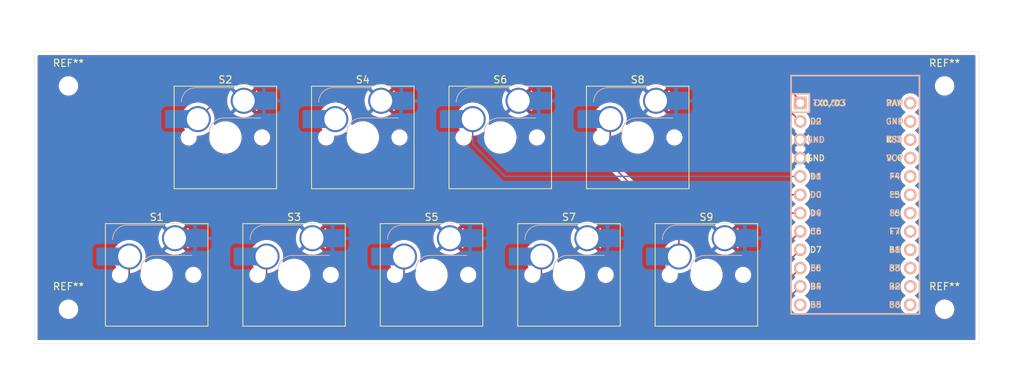
<source format=kicad_pcb>
(kicad_pcb (version 20241229) (generator "pcbnew") (generator_version "9.0")
  (layers (0 "F.Cu" signal) (2 "B.Cu" signal) (13 "F.Paste" user) (15 "B.Paste" user) (5 "F.SilkS" user "F.Silkscreen") (7 "B.SilkS" user "B.Silkscreen") (1 "F.Mask" user) (3 "B.Mask" user) (25 "Edge.Cuts" user))
  (net 0 "")
  (net 1 "GND")
  (net 2 "S1")
  (net 3 "S3")
  (net 4 "S5")
  (net 5 "S7")
  (net 6 "S9")
  (net 7 "S2")
  (net 8 "S4")
  (net 9 "S6")
  (net 10 "S8")
  (footprint "ScottoKeebs_Hotswap:Hotswap_MX_Plated_1.00u" (layer "F.Cu") (at 176.44 76.16)
    (property "Reference" "S8" (at 0 -8 0) (layer "F.SilkS"))
    (property "Value" "~")
    (fp_line (start -7.1 -7.1) (end -7.1 7.1) (stroke (width 0.12)) (layer "F.SilkS"))
    (fp_line (start -7.1 7.1) (end 7.1 7.1) (stroke (width 0.12)) (layer "F.SilkS"))
    (fp_line (start 7.1 -7.1) (end -7.1 -7.1) (stroke (width 0.12)) (layer "F.SilkS"))
    (fp_line (start 7.1 7.1) (end 7.1 -7.1) (stroke (width 0.12)) (layer "F.SilkS"))
    (fp_line (start -4.1 -6.9) (end 1 -6.9) (stroke (width 0.12)) (layer "B.SilkS"))
    (fp_line (start -0.2 -2.7) (end 4.9 -2.7) (stroke (width 0.12)) (layer "B.SilkS"))
    (fp_arc (start -6.1 -4.9) (mid -5.514214 -6.314214) (end -4.1 -6.9) (stroke (width 0.12)) (layer "B.SilkS"))
    (fp_arc (start -2.2 -0.7) (mid -1.614214 -2.114214) (end -0.2 -2.7) (stroke (width 0.12)) (layer "B.SilkS"))
    (pad "" np_thru_hole circle (at -5.08 0) (size 1.75 1.75) (drill 1.75) (layers "*.Cu" "*.Mask") (clearance 0.1))
    (pad "" np_thru_hole circle (at 0 0) (size 4 4) (drill 4) (layers "*.Cu" "*.Mask"))
    (pad "" np_thru_hole circle (at 5.08 0) (size 1.75 1.75) (drill 1.75) (layers "*.Cu" "*.Mask"))
    (pad "1" smd roundrect (at -6.585 -2.54) (size 3.55 2.5) (layers "B.Cu") (roundrect_rratio 0.1) (net 8 "S4"))
    (pad "1" thru_hole circle (at -3.81 -2.54) (size 3.6 3.6) (drill 3.05) (layers "*.Cu" "*.Mask") (net 8 "S4"))
    (pad "2" thru_hole circle (at 2.54 -5.08) (size 3.6 3.6) (drill 3.05) (layers "*.Cu" "*.Mask") (net 1 "GND"))
    (pad "2" smd roundrect (at 5.32 -5.08) (size 3.55 2.5) (layers "B.Cu") (roundrect_rratio 0.1) (net 1 "GND"))
  )
  (footprint "MountingHole:MountingHole_2.2mm_M2" (layer "F.Cu") (at 97.58 99.96)
    (property "Reference" "REF**" (at 0 -3.15 0) (layer "F.SilkS"))
    (property "Value" "MountingHole_2.2mm_M2")
    (pad "" np_thru_hole circle (at 0 0) (size 2.2 2.2) (drill 2.2) (layers "*.Cu" "*.Mask"))
  )
  (footprint "ScottoKeebs_Hotswap:Hotswap_MX_Plated_1.00u" (layer "F.Cu") (at 157.4 76.16)
    (property "Reference" "S6" (at 0 -8 0) (layer "F.SilkS"))
    (property "Value" "~")
    (fp_line (start -7.1 -7.1) (end -7.1 7.1) (stroke (width 0.12)) (layer "F.SilkS"))
    (fp_line (start -7.1 7.1) (end 7.1 7.1) (stroke (width 0.12)) (layer "F.SilkS"))
    (fp_line (start 7.1 -7.1) (end -7.1 -7.1) (stroke (width 0.12)) (layer "F.SilkS"))
    (fp_line (start 7.1 7.1) (end 7.1 -7.1) (stroke (width 0.12)) (layer "F.SilkS"))
    (fp_line (start -4.1 -6.9) (end 1 -6.9) (stroke (width 0.12)) (layer "B.SilkS"))
    (fp_line (start -0.2 -2.7) (end 4.9 -2.7) (stroke (width 0.12)) (layer "B.SilkS"))
    (fp_arc (start -6.1 -4.9) (mid -5.514214 -6.314214) (end -4.1 -6.9) (stroke (width 0.12)) (layer "B.SilkS"))
    (fp_arc (start -2.2 -0.7) (mid -1.614214 -2.114214) (end -0.2 -2.7) (stroke (width 0.12)) (layer "B.SilkS"))
    (pad "" np_thru_hole circle (at -5.08 0) (size 1.75 1.75) (drill 1.75) (layers "*.Cu" "*.Mask") (clearance 0.1))
    (pad "" np_thru_hole circle (at 0 0) (size 4 4) (drill 4) (layers "*.Cu" "*.Mask"))
    (pad "" np_thru_hole circle (at 5.08 0) (size 1.75 1.75) (drill 1.75) (layers "*.Cu" "*.Mask"))
    (pad "1" smd roundrect (at -6.585 -2.54) (size 3.55 2.5) (layers "B.Cu") (roundrect_rratio 0.1) (net 3 "S3"))
    (pad "1" thru_hole circle (at -3.81 -2.54) (size 3.6 3.6) (drill 3.05) (layers "*.Cu" "*.Mask") (net 3 "S3"))
    (pad "2" thru_hole circle (at 2.54 -5.08) (size 3.6 3.6) (drill 3.05) (layers "*.Cu" "*.Mask") (net 1 "GND"))
    (pad "2" smd roundrect (at 5.32 -5.08) (size 3.55 2.5) (layers "B.Cu") (roundrect_rratio 0.1) (net 1 "GND"))
  )
  (footprint "MountingHole:MountingHole_2.2mm_M2" (layer "F.Cu") (at 218.96 69.02)
    (property "Reference" "REF**" (at 0 -3.15 0) (layer "F.SilkS"))
    (property "Value" "MountingHole_2.2mm_M2")
    (pad "" np_thru_hole circle (at 0 0) (size 2.2 2.2) (drill 2.2) (layers "*.Cu" "*.Mask"))
  )
  (footprint "ScottoKeebs_Hotswap:Hotswap_MX_Plated_1.00u" (layer "F.Cu") (at 147.88 95.2)
    (property "Reference" "S5" (at 0 -8 0) (layer "F.SilkS"))
    (property "Value" "~")
    (fp_line (start -7.1 -7.1) (end -7.1 7.1) (stroke (width 0.12)) (layer "F.SilkS"))
    (fp_line (start -7.1 7.1) (end 7.1 7.1) (stroke (width 0.12)) (layer "F.SilkS"))
    (fp_line (start 7.1 -7.1) (end -7.1 -7.1) (stroke (width 0.12)) (layer "F.SilkS"))
    (fp_line (start 7.1 7.1) (end 7.1 -7.1) (stroke (width 0.12)) (layer "F.SilkS"))
    (fp_line (start -4.1 -6.9) (end 1 -6.9) (stroke (width 0.12)) (layer "B.SilkS"))
    (fp_line (start -0.2 -2.7) (end 4.9 -2.7) (stroke (width 0.12)) (layer "B.SilkS"))
    (fp_arc (start -6.1 -4.9) (mid -5.514214 -6.314214) (end -4.1 -6.9) (stroke (width 0.12)) (layer "B.SilkS"))
    (fp_arc (start -2.2 -0.7) (mid -1.614214 -2.114214) (end -0.2 -2.7) (stroke (width 0.12)) (layer "B.SilkS"))
    (pad "" np_thru_hole circle (at -5.08 0) (size 1.75 1.75) (drill 1.75) (layers "*.Cu" "*.Mask") (clearance 0.1))
    (pad "" np_thru_hole circle (at 0 0) (size 4 4) (drill 4) (layers "*.Cu" "*.Mask"))
    (pad "" np_thru_hole circle (at 5.08 0) (size 1.75 1.75) (drill 1.75) (layers "*.Cu" "*.Mask"))
    (pad "1" smd roundrect (at -6.585 -2.54) (size 3.55 2.5) (layers "B.Cu") (roundrect_rratio 0.1) (net 5 "S7"))
    (pad "1" thru_hole circle (at -3.81 -2.54) (size 3.6 3.6) (drill 3.05) (layers "*.Cu" "*.Mask") (net 5 "S7"))
    (pad "2" thru_hole circle (at 2.54 -5.08) (size 3.6 3.6) (drill 3.05) (layers "*.Cu" "*.Mask") (net 1 "GND"))
    (pad "2" smd roundrect (at 5.32 -5.08) (size 3.55 2.5) (layers "B.Cu") (roundrect_rratio 0.1) (net 1 "GND"))
  )
  (footprint "ScottoKeebs_MCU:Arduino_Pro_Micro" (layer "F.Cu") (at 206.58 85.37)
    (property "Reference" "U1" (hide yes))
    (property "Value" "Arduino_Pro_Micro" (hide yes))
    (fp_line (start -8.89 -17.78) (end -8.89 15.24) (stroke (width 0.2)) (layer "F.SilkS"))
    (fp_line (start -8.89 15.24) (end 8.89 15.24) (stroke (width 0.2)) (layer "F.SilkS"))
    (fp_line (start -6.35 -15.24) (end -8.89 -15.24) (stroke (width 0.2)) (layer "F.SilkS"))
    (fp_line (start -6.35 -15.24) (end -6.35 -12.7) (stroke (width 0.2)) (layer "F.SilkS"))
    (fp_line (start -6.35 -12.7) (end -8.89 -12.7) (stroke (width 0.2)) (layer "F.SilkS"))
    (fp_line (start 8.89 -17.78) (end -8.89 -17.78) (stroke (width 0.2)) (layer "F.SilkS"))
    (fp_line (start 8.89 15.24) (end 8.89 -17.78) (stroke (width 0.2)) (layer "F.SilkS"))
    (fp_poly (pts (xy 4.531568 -9.36064) (xy 4.531568 -8.56064) (xy 4.431568 -8.56064) (xy 4.431568 -9.36064)) (stroke (width 0.15)) (fill yes) (layer "F.SilkS"))
    (fp_poly (pts (xy 4.731568 -8.96064) (xy 4.731568 -8.86064) (xy 4.631568 -8.86064) (xy 4.631568 -8.96064)) (stroke (width 0.15)) (fill yes) (layer "F.SilkS"))
    (fp_poly (pts (xy 4.931568 -9.36064) (xy 4.931568 -9.26064) (xy 4.431568 -9.26064) (xy 4.431568 -9.36064)) (stroke (width 0.15)) (fill yes) (layer "F.SilkS"))
    (fp_poly (pts (xy 4.931568 -9.36064) (xy 4.931568 -9.06064) (xy 4.831568 -9.06064) (xy 4.831568 -9.36064)) (stroke (width 0.15)) (fill yes) (layer "F.SilkS"))
    (fp_poly (pts (xy 4.931568 -8.76064) (xy 4.931568 -8.56064) (xy 4.831568 -8.56064) (xy 4.831568 -8.76064)) (stroke (width 0.15)) (fill yes) (layer "F.SilkS"))
    (fp_line (start -8.89 -17.78) (end -8.89 15.24) (stroke (width 0.2)) (layer "B.SilkS"))
    (fp_line (start -8.89 15.24) (end 8.89 15.24) (stroke (width 0.2)) (layer "B.SilkS"))
    (fp_line (start -6.35 -15.24) (end -8.89 -15.24) (stroke (width 0.2)) (layer "B.SilkS"))
    (fp_line (start -6.35 -15.24) (end -6.35 -12.7) (stroke (width 0.2)) (layer "B.SilkS"))
    (fp_line (start -6.35 -12.7) (end -8.89 -12.7) (stroke (width 0.2)) (layer "B.SilkS"))
    (fp_line (start 8.89 -17.78) (end -8.89 -17.78) (stroke (width 0.2)) (layer "B.SilkS"))
    (fp_line (start 8.89 15.24) (end 8.89 -17.78) (stroke (width 0.2)) (layer "B.SilkS"))
    (fp_poly (pts (xy 5.844635 -9.35097) (xy 5.844635 -9.25097) (xy 6.344635 -9.25097) (xy 6.344635 -9.35097)) (stroke (width 0.15)) (fill yes) (layer "B.SilkS"))
    (fp_poly (pts (xy 5.844635 -9.35097) (xy 5.844635 -9.05097) (xy 5.944635 -9.05097) (xy 5.944635 -9.35097)) (stroke (width 0.15)) (fill yes) (layer "B.SilkS"))
    (fp_poly (pts (xy 5.844635 -8.75097) (xy 5.844635 -8.55097) (xy 5.944635 -8.55097) (xy 5.944635 -8.75097)) (stroke (width 0.15)) (fill yes) (layer "B.SilkS"))
    (fp_poly (pts (xy 6.044635 -8.95097) (xy 6.044635 -8.85097) (xy 6.144635 -8.85097) (xy 6.144635 -8.95097)) (stroke (width 0.15)) (fill yes) (layer "B.SilkS"))
    (fp_poly (pts (xy 6.244635 -9.35097) (xy 6.244635 -8.55097) (xy 6.344635 -8.55097) (xy 6.344635 -9.35097)) (stroke (width 0.15)) (fill yes) (layer "B.SilkS"))
    (fp_text user "TX0/D3" (at -3.571872 -13.97 0) (layer "F.SilkS") (effects (font (size 0.8 0.8))))
    (fp_text user "F4" (at 5.461 -3.81 0) (layer "F.SilkS") (effects (font (size 0.8 0.8))))
    (fp_text user "D4" (at -5.461 1.27 0) (layer "F.SilkS") (effects (font (size 0.8 0.8))))
    (fp_text user "E6" (at -5.461 8.89 0) (layer "F.SilkS") (effects (font (size 0.8 0.8))))
    (fp_text user "F7" (at 5.461 3.81 0) (layer "F.SilkS") (effects (font (size 0.8 0.8))))
    (fp_text user "B6" (at 5.461 13.97 0) (layer "F.SilkS") (effects (font (size 0.8 0.8))))
    (fp_text user "C6" (at -5.461 3.81 0) (layer "F.SilkS") (effects (font (size 0.8 0.8))))
    (fp_text user "RAW" (at 5.461 -13.97 0) (layer "F.SilkS") (effects (font (size 0.8 0.8))))
    (fp_text user "D7" (at -5.461 6.35 0) (layer "F.SilkS") (effects (font (size 0.8 0.8))))
    (fp_text user "D0" (at -5.461 -1.27 0) (layer "F.SilkS") (effects (font (size 0.8 0.8))))
    (fp_text user "GND" (at -5.461 -8.89 0) (layer "F.SilkS") (effects (font (size 0.8 0.8))))
    (fp_text user "VCC" (at 5.461 -6.35 0) (layer "F.SilkS") (effects (font (size 0.8 0.8))))
    (fp_text user "GND" (at 5.461 -11.43 0) (layer "F.SilkS") (effects (font (size 0.8 0.8))))
    (fp_text user "F6" (at 5.461 1.27 0) (layer "F.SilkS") (effects (font (size 0.8 0.8))))
    (fp_text user "B3" (at 5.461 8.89 0) (layer "F.SilkS") (effects (font (size 0.8 0.8))))
    (fp_text user "ST" (at 5.73312 -8.92 0) (layer "F.SilkS") (effects (font (size 0.8 0.8))))
    (fp_text user "GND" (at -5.461 -6.35 0) (layer "F.SilkS") (effects (font (size 0.8 0.8))))
    (fp_text user "B4" (at -5.461 11.43 0) (layer "F.SilkS") (effects (font (size 0.8 0.8))))
    (fp_text user "D1" (at -5.461 -3.81 0) (layer "F.SilkS") (effects (font (size 0.8 0.8))))
    (fp_text user "B1" (at 5.461 6.35 0) (layer "F.SilkS") (effects (font (size 0.8 0.8))))
    (fp_text user "F5" (at 5.461 -1.27 0) (layer "F.SilkS") (effects (font (size 0.8 0.8))))
    (fp_text user "B5" (at -5.461 13.97 0) (layer "F.SilkS") (effects (font (size 0.8 0.8))))
    (fp_text user "D2" (at -5.461 -11.43 0) (layer "F.SilkS") (effects (font (size 0.8 0.8))))
    (fp_text user "B2" (at 5.461 11.43 0) (layer "F.SilkS") (effects (font (size 0.8 0.8))))
    (fp_text user "D4" (at -5.461 1.27 0) (layer "B.SilkS") (effects (font (size 0.8 0.8)) (justify mirror)))
    (fp_text user "D2" (at -5.461 -11.43 0) (layer "B.SilkS") (effects (font (size 0.8 0.8)) (justify mirror)))
    (fp_text user "B3" (at 5.461 8.89 0) (layer "B.SilkS") (effects (font (size 0.8 0.8)) (justify mirror)))
    (fp_text user "B4" (at -5.461 11.43 0) (layer "B.SilkS") (effects (font (size 0.8 0.8)) (justify mirror)))
    (fp_text user "B1" (at 5.461 6.35 0) (layer "B.SilkS") (effects (font (size 0.8 0.8)) (justify mirror)))
    (fp_text user "VCC" (at 5.461 -6.35 0) (layer "B.SilkS") (effects (font (size 0.8 0.8)) (justify mirror)))
    (fp_text user "GND" (at -5.461 -8.89 0) (layer "B.SilkS") (effects (font (size 0.8 0.8)) (justify mirror)))
    (fp_text user "F7" (at 5.461 3.81 0) (layer "B.SilkS") (effects (font (size 0.8 0.8)) (justify mirror)))
    (fp_text user "F4" (at 5.461 -3.81 0) (layer "B.SilkS") (effects (font (size 0.8 0.8)) (justify mirror)))
    (fp_text user "C6" (at -5.461 3.81 0) (layer "B.SilkS") (effects (font (size 0.8 0.8)) (justify mirror)))
    (fp_text user "GND" (at 5.461 -11.43 0) (layer "B.SilkS") (effects (font (size 0.8 0.8)) (justify mirror)))
    (fp_text user "F6" (at 5.461 1.27 0) (layer "B.SilkS") (effects (font (size 0.8 0.8)) (justify mirror)))
    (fp_text user "ST" (at 5.04 -8.91 0) (layer "B.SilkS") (effects (font (size 0.8 0.8)) (justify mirror)))
    (fp_text user "B5" (at -5.461 13.97 0) (layer "B.SilkS") (effects (font (size 0.8 0.8)) (justify mirror)))
    (fp_text user "B2" (at 5.461 11.43 0) (layer "B.SilkS") (effects (font (size 0.8 0.8)) (justify mirror)))
    (fp_text user "E6" (at -5.461 8.89 0) (layer "B.SilkS") (effects (font (size 0.8 0.8)) (justify mirror)))
    (fp_text user "TX0/D3" (at -3.571872 -13.97 0) (layer "B.SilkS") (effects (font (size 0.8 0.8)) (justify mirror)))
    (fp_text user "D1" (at -5.461 -3.81 0) (layer "B.SilkS") (effects (font (size 0.8 0.8)) (justify mirror)))
    (fp_text user "RAW" (at 5.461 -13.97 0) (layer "B.SilkS") (effects (font (size 0.8 0.8)) (justify mirror)))
    (fp_text user "D0" (at -5.461 -1.27 0) (layer "B.SilkS") (effects (font (size 0.8 0.8)) (justify mirror)))
    (fp_text user "F5" (at 5.461 -1.27 0) (layer "B.SilkS") (effects (font (size 0.8 0.8)) (justify mirror)))
    (fp_text user "B6" (at 5.461 13.97 0) (layer "B.SilkS") (effects (font (size 0.8 0.8)) (justify mirror)))
    (pad "1" thru_hole rect (at -7.62 -13.97 270) (size 1.7526 1.7526) (drill 1.0922) (layers "*.Cu" "*.SilkS" "*.Mask") (net 2 "S1"))
    (pad "2" thru_hole circle (at -7.62 -11.43 270) (size 1.7526 1.7526) (drill 1.0922) (layers "*.Cu" "*.SilkS" "*.Mask") (net 7 "S2"))
    (pad "3" thru_hole circle (at -7.62 -8.89 270) (size 1.7526 1.7526) (drill 1.0922) (layers "*.Cu" "*.SilkS" "*.Mask") (net 1 "GND"))
    (pad "4" thru_hole circle (at -7.62 -6.35 270) (size 1.7526 1.7526) (drill 1.0922) (layers "*.Cu" "*.SilkS" "*.Mask") (net 1 "GND"))
    (pad "5" thru_hole circle (at -7.62 -3.81 270) (size 1.7526 1.7526) (drill 1.0922) (layers "*.Cu" "*.SilkS" "*.Mask") (net 3 "S3"))
    (pad "6" thru_hole circle (at -7.62 -1.27 270) (size 1.7526 1.7526) (drill 1.0922) (layers "*.Cu" "*.SilkS" "*.Mask") (net 8 "S4"))
    (pad "7" thru_hole circle (at -7.62 1.27 270) (size 1.7526 1.7526) (drill 1.0922) (layers "*.Cu" "*.SilkS" "*.Mask") (net 4 "S5"))
    (pad "8" thru_hole circle (at -7.62 3.81 270) (size 1.7526 1.7526) (drill 1.0922) (layers "*.Cu" "*.SilkS" "*.Mask") (net 9 "S6"))
    (pad "9" thru_hole circle (at -7.62 6.35 270) (size 1.7526 1.7526) (drill 1.0922) (layers "*.Cu" "*.SilkS" "*.Mask") (net 5 "S7"))
    (pad "10" thru_hole circle (at -7.62 8.89 270) (size 1.7526 1.7526) (drill 1.0922) (layers "*.Cu" "*.SilkS" "*.Mask") (net 10 "S8"))
    (pad "11" thru_hole circle (at -7.62 11.43 270) (size 1.7526 1.7526) (drill 1.0922) (layers "*.Cu" "*.SilkS" "*.Mask") (net 6 "S9"))
    (pad "12" thru_hole circle (at -7.62 13.97 270) (size 1.7526 1.7526) (drill 1.0922) (layers "*.Cu" "*.SilkS" "*.Mask"))
    (pad "13" thru_hole circle (at 7.62 13.97 270) (size 1.7526 1.7526) (drill 1.0922) (layers "*.Cu" "*.SilkS" "*.Mask"))
    (pad "14" thru_hole circle (at 7.62 11.43 270) (size 1.7526 1.7526) (drill 1.0922) (layers "*.Cu" "*.SilkS" "*.Mask"))
    (pad "15" thru_hole circle (at 7.62 8.89 270) (size 1.7526 1.7526) (drill 1.0922) (layers "*.Cu" "*.SilkS" "*.Mask"))
    (pad "16" thru_hole circle (at 7.62 6.35 270) (size 1.7526 1.7526) (drill 1.0922) (layers "*.Cu" "*.SilkS" "*.Mask"))
    (pad "17" thru_hole circle (at 7.62 3.81 270) (size 1.7526 1.7526) (drill 1.0922) (layers "*.Cu" "*.SilkS" "*.Mask"))
    (pad "18" thru_hole circle (at 7.62 1.27 270) (size 1.7526 1.7526) (drill 1.0922) (layers "*.Cu" "*.SilkS" "*.Mask"))
    (pad "19" thru_hole circle (at 7.62 -1.27 270) (size 1.7526 1.7526) (drill 1.0922) (layers "*.Cu" "*.SilkS" "*.Mask"))
    (pad "20" thru_hole circle (at 7.62 -3.81 270) (size 1.7526 1.7526) (drill 1.0922) (layers "*.Cu" "*.SilkS" "*.Mask"))
    (pad "21" thru_hole circle (at 7.62 -6.35 270) (size 1.7526 1.7526) (drill 1.0922) (layers "*.Cu" "*.SilkS" "*.Mask"))
    (pad "22" thru_hole circle (at 7.62 -8.89 270) (size 1.7526 1.7526) (drill 1.0922) (layers "*.Cu" "*.SilkS" "*.Mask"))
    (pad "23" thru_hole circle (at 7.62 -11.43 270) (size 1.7526 1.7526) (drill 1.0922) (layers "*.Cu" "*.SilkS" "*.Mask"))
    (pad "24" thru_hole circle (at 7.62 -13.97 270) (size 1.7526 1.7526) (drill 1.0922) (layers "*.Cu" "*.SilkS" "*.Mask"))
  )
  (footprint "MountingHole:MountingHole_2.2mm_M2" (layer "F.Cu") (at 218.96 99.96)
    (property "Reference" "REF**" (at 0 -3.15 0) (layer "F.SilkS"))
    (property "Value" "MountingHole_2.2mm_M2")
    (pad "" np_thru_hole circle (at 0 0) (size 2.2 2.2) (drill 2.2) (layers "*.Cu" "*.Mask"))
  )
  (footprint "ScottoKeebs_Hotswap:Hotswap_MX_Plated_1.00u" (layer "F.Cu") (at 119.32 76.16)
    (property "Reference" "S2" (at 0 -8 0) (layer "F.SilkS"))
    (property "Value" "~")
    (fp_line (start -7.1 -7.1) (end -7.1 7.1) (stroke (width 0.12)) (layer "F.SilkS"))
    (fp_line (start -7.1 7.1) (end 7.1 7.1) (stroke (width 0.12)) (layer "F.SilkS"))
    (fp_line (start 7.1 -7.1) (end -7.1 -7.1) (stroke (width 0.12)) (layer "F.SilkS"))
    (fp_line (start 7.1 7.1) (end 7.1 -7.1) (stroke (width 0.12)) (layer "F.SilkS"))
    (fp_line (start -4.1 -6.9) (end 1 -6.9) (stroke (width 0.12)) (layer "B.SilkS"))
    (fp_line (start -0.2 -2.7) (end 4.9 -2.7) (stroke (width 0.12)) (layer "B.SilkS"))
    (fp_arc (start -6.1 -4.9) (mid -5.514214 -6.314214) (end -4.1 -6.9) (stroke (width 0.12)) (layer "B.SilkS"))
    (fp_arc (start -2.2 -0.7) (mid -1.614214 -2.114214) (end -0.2 -2.7) (stroke (width 0.12)) (layer "B.SilkS"))
    (pad "" np_thru_hole circle (at -5.08 0) (size 1.75 1.75) (drill 1.75) (layers "*.Cu" "*.Mask") (clearance 0.1))
    (pad "" np_thru_hole circle (at 0 0) (size 4 4) (drill 4) (layers "*.Cu" "*.Mask"))
    (pad "" np_thru_hole circle (at 5.08 0) (size 1.75 1.75) (drill 1.75) (layers "*.Cu" "*.Mask"))
    (pad "1" smd roundrect (at -6.585 -2.54) (size 3.55 2.5) (layers "B.Cu") (roundrect_rratio 0.1) (net 2 "S1"))
    (pad "1" thru_hole circle (at -3.81 -2.54) (size 3.6 3.6) (drill 3.05) (layers "*.Cu" "*.Mask") (net 2 "S1"))
    (pad "2" thru_hole circle (at 2.54 -5.08) (size 3.6 3.6) (drill 3.05) (layers "*.Cu" "*.Mask") (net 1 "GND"))
    (pad "2" smd roundrect (at 5.32 -5.08) (size 3.55 2.5) (layers "B.Cu") (roundrect_rratio 0.1) (net 1 "GND"))
  )
  (footprint "ScottoKeebs_Hotswap:Hotswap_MX_Plated_1.00u" (layer "F.Cu") (at 109.8 95.2)
    (property "Reference" "S1" (at 0 -8 0) (layer "F.SilkS"))
    (property "Value" "~")
    (fp_line (start -7.1 -7.1) (end -7.1 7.1) (stroke (width 0.12)) (layer "F.SilkS"))
    (fp_line (start -7.1 7.1) (end 7.1 7.1) (stroke (width 0.12)) (layer "F.SilkS"))
    (fp_line (start 7.1 -7.1) (end -7.1 -7.1) (stroke (width 0.12)) (layer "F.SilkS"))
    (fp_line (start 7.1 7.1) (end 7.1 -7.1) (stroke (width 0.12)) (layer "F.SilkS"))
    (fp_line (start -4.1 -6.9) (end 1 -6.9) (stroke (width 0.12)) (layer "B.SilkS"))
    (fp_line (start -0.2 -2.7) (end 4.9 -2.7) (stroke (width 0.12)) (layer "B.SilkS"))
    (fp_arc (start -6.1 -4.9) (mid -5.514214 -6.314214) (end -4.1 -6.9) (stroke (width 0.12)) (layer "B.SilkS"))
    (fp_arc (start -2.2 -0.7) (mid -1.614214 -2.114214) (end -0.2 -2.7) (stroke (width 0.12)) (layer "B.SilkS"))
    (pad "" np_thru_hole circle (at -5.08 0) (size 1.75 1.75) (drill 1.75) (layers "*.Cu" "*.Mask") (clearance 0.1))
    (pad "" np_thru_hole circle (at 0 0) (size 4 4) (drill 4) (layers "*.Cu" "*.Mask"))
    (pad "" np_thru_hole circle (at 5.08 0) (size 1.75 1.75) (drill 1.75) (layers "*.Cu" "*.Mask"))
    (pad "1" smd roundrect (at -6.585 -2.54) (size 3.55 2.5) (layers "B.Cu") (roundrect_rratio 0.1) (net 6 "S9"))
    (pad "1" thru_hole circle (at -3.81 -2.54) (size 3.6 3.6) (drill 3.05) (layers "*.Cu" "*.Mask") (net 6 "S9"))
    (pad "2" thru_hole circle (at 2.54 -5.08) (size 3.6 3.6) (drill 3.05) (layers "*.Cu" "*.Mask") (net 1 "GND"))
    (pad "2" smd roundrect (at 5.32 -5.08) (size 3.55 2.5) (layers "B.Cu") (roundrect_rratio 0.1) (net 1 "GND"))
  )
  (footprint "ScottoKeebs_Hotswap:Hotswap_MX_Plated_1.00u" (layer "F.Cu") (at 166.92 95.2)
    (property "Reference" "S7" (at 0 -8 0) (layer "F.SilkS"))
    (property "Value" "~")
    (fp_line (start -7.1 -7.1) (end -7.1 7.1) (stroke (width 0.12)) (layer "F.SilkS"))
    (fp_line (start -7.1 7.1) (end 7.1 7.1) (stroke (width 0.12)) (layer "F.SilkS"))
    (fp_line (start 7.1 -7.1) (end -7.1 -7.1) (stroke (width 0.12)) (layer "F.SilkS"))
    (fp_line (start 7.1 7.1) (end 7.1 -7.1) (stroke (width 0.12)) (layer "F.SilkS"))
    (fp_line (start -4.1 -6.9) (end 1 -6.9) (stroke (width 0.12)) (layer "B.SilkS"))
    (fp_line (start -0.2 -2.7) (end 4.9 -2.7) (stroke (width 0.12)) (layer "B.SilkS"))
    (fp_arc (start -6.1 -4.9) (mid -5.514214 -6.314214) (end -4.1 -6.9) (stroke (width 0.12)) (layer "B.SilkS"))
    (fp_arc (start -2.2 -0.7) (mid -1.614214 -2.114214) (end -0.2 -2.7) (stroke (width 0.12)) (layer "B.SilkS"))
    (pad "" np_thru_hole circle (at -5.08 0) (size 1.75 1.75) (drill 1.75) (layers "*.Cu" "*.Mask") (clearance 0.1))
    (pad "" np_thru_hole circle (at 0 0) (size 4 4) (drill 4) (layers "*.Cu" "*.Mask"))
    (pad "" np_thru_hole circle (at 5.08 0) (size 1.75 1.75) (drill 1.75) (layers "*.Cu" "*.Mask"))
    (pad "1" smd roundrect (at -6.585 -2.54) (size 3.55 2.5) (layers "B.Cu") (roundrect_rratio 0.1) (net 9 "S6"))
    (pad "1" thru_hole circle (at -3.81 -2.54) (size 3.6 3.6) (drill 3.05) (layers "*.Cu" "*.Mask") (net 9 "S6"))
    (pad "2" thru_hole circle (at 2.54 -5.08) (size 3.6 3.6) (drill 3.05) (layers "*.Cu" "*.Mask") (net 1 "GND"))
    (pad "2" smd roundrect (at 5.32 -5.08) (size 3.55 2.5) (layers "B.Cu") (roundrect_rratio 0.1) (net 1 "GND"))
  )
  (footprint "ScottoKeebs_Hotswap:Hotswap_MX_Plated_1.00u" (layer "F.Cu") (at 185.96 95.2)
    (property "Reference" "S9" (at 0 -8 0) (layer "F.SilkS"))
    (property "Value" "~")
    (fp_line (start -7.1 -7.1) (end -7.1 7.1) (stroke (width 0.12)) (layer "F.SilkS"))
    (fp_line (start -7.1 7.1) (end 7.1 7.1) (stroke (width 0.12)) (layer "F.SilkS"))
    (fp_line (start 7.1 -7.1) (end -7.1 -7.1) (stroke (width 0.12)) (layer "F.SilkS"))
    (fp_line (start 7.1 7.1) (end 7.1 -7.1) (stroke (width 0.12)) (layer "F.SilkS"))
    (fp_line (start -4.1 -6.9) (end 1 -6.9) (stroke (width 0.12)) (layer "B.SilkS"))
    (fp_line (start -0.2 -2.7) (end 4.9 -2.7) (stroke (width 0.12)) (layer "B.SilkS"))
    (fp_arc (start -6.1 -4.9) (mid -5.514214 -6.314214) (end -4.1 -6.9) (stroke (width 0.12)) (layer "B.SilkS"))
    (fp_arc (start -2.2 -0.7) (mid -1.614214 -2.114214) (end -0.2 -2.7) (stroke (width 0.12)) (layer "B.SilkS"))
    (pad "" np_thru_hole circle (at -5.08 0) (size 1.75 1.75) (drill 1.75) (layers "*.Cu" "*.Mask") (clearance 0.1))
    (pad "" np_thru_hole circle (at 0 0) (size 4 4) (drill 4) (layers "*.Cu" "*.Mask"))
    (pad "" np_thru_hole circle (at 5.08 0) (size 1.75 1.75) (drill 1.75) (layers "*.Cu" "*.Mask"))
    (pad "1" smd roundrect (at -6.585 -2.54) (size 3.55 2.5) (layers "B.Cu") (roundrect_rratio 0.1) (net 4 "S5"))
    (pad "1" thru_hole circle (at -3.81 -2.54) (size 3.6 3.6) (drill 3.05) (layers "*.Cu" "*.Mask") (net 4 "S5"))
    (pad "2" thru_hole circle (at 2.54 -5.08) (size 3.6 3.6) (drill 3.05) (layers "*.Cu" "*.Mask") (net 1 "GND"))
    (pad "2" smd roundrect (at 5.32 -5.08) (size 3.55 2.5) (layers "B.Cu") (roundrect_rratio 0.1) (net 1 "GND"))
  )
  (footprint "ScottoKeebs_Hotswap:Hotswap_MX_Plated_1.00u" (layer "F.Cu") (at 138.36 76.16)
    (property "Reference" "S4" (at 0 -8 0) (layer "F.SilkS"))
    (property "Value" "~")
    (fp_line (start -7.1 -7.1) (end -7.1 7.1) (stroke (width 0.12)) (layer "F.SilkS"))
    (fp_line (start -7.1 7.1) (end 7.1 7.1) (stroke (width 0.12)) (layer "F.SilkS"))
    (fp_line (start 7.1 -7.1) (end -7.1 -7.1) (stroke (width 0.12)) (layer "F.SilkS"))
    (fp_line (start 7.1 7.1) (end 7.1 -7.1) (stroke (width 0.12)) (layer "F.SilkS"))
    (fp_line (start -4.1 -6.9) (end 1 -6.9) (stroke (width 0.12)) (layer "B.SilkS"))
    (fp_line (start -0.2 -2.7) (end 4.9 -2.7) (stroke (width 0.12)) (layer "B.SilkS"))
    (fp_arc (start -6.1 -4.9) (mid -5.514214 -6.314214) (end -4.1 -6.9) (stroke (width 0.12)) (layer "B.SilkS"))
    (fp_arc (start -2.2 -0.7) (mid -1.614214 -2.114214) (end -0.2 -2.7) (stroke (width 0.12)) (layer "B.SilkS"))
    (pad "" np_thru_hole circle (at -5.08 0) (size 1.75 1.75) (drill 1.75) (layers "*.Cu" "*.Mask") (clearance 0.1))
    (pad "" np_thru_hole circle (at 0 0) (size 4 4) (drill 4) (layers "*.Cu" "*.Mask"))
    (pad "" np_thru_hole circle (at 5.08 0) (size 1.75 1.75) (drill 1.75) (layers "*.Cu" "*.Mask"))
    (pad "1" smd roundrect (at -6.585 -2.54) (size 3.55 2.5) (layers "B.Cu") (roundrect_rratio 0.1) (net 7 "S2"))
    (pad "1" thru_hole circle (at -3.81 -2.54) (size 3.6 3.6) (drill 3.05) (layers "*.Cu" "*.Mask") (net 7 "S2"))
    (pad "2" thru_hole circle (at 2.54 -5.08) (size 3.6 3.6) (drill 3.05) (layers "*.Cu" "*.Mask") (net 1 "GND"))
    (pad "2" smd roundrect (at 5.32 -5.08) (size 3.55 2.5) (layers "B.Cu") (roundrect_rratio 0.1) (net 1 "GND"))
  )
  (footprint "ScottoKeebs_Hotswap:Hotswap_MX_Plated_1.00u" (layer "F.Cu") (at 128.84 95.2)
    (property "Reference" "S3" (at 0 -8 0) (layer "F.SilkS"))
    (property "Value" "~")
    (fp_line (start -7.1 -7.1) (end -7.1 7.1) (stroke (width 0.12)) (layer "F.SilkS"))
    (fp_line (start -7.1 7.1) (end 7.1 7.1) (stroke (width 0.12)) (layer "F.SilkS"))
    (fp_line (start 7.1 -7.1) (end -7.1 -7.1) (stroke (width 0.12)) (layer "F.SilkS"))
    (fp_line (start 7.1 7.1) (end 7.1 -7.1) (stroke (width 0.12)) (layer "F.SilkS"))
    (fp_line (start -4.1 -6.9) (end 1 -6.9) (stroke (width 0.12)) (layer "B.SilkS"))
    (fp_line (start -0.2 -2.7) (end 4.9 -2.7) (stroke (width 0.12)) (layer "B.SilkS"))
    (fp_arc (start -6.1 -4.9) (mid -5.514214 -6.314214) (end -4.1 -6.9) (stroke (width 0.12)) (layer "B.SilkS"))
    (fp_arc (start -2.2 -0.7) (mid -1.614214 -2.114214) (end -0.2 -2.7) (stroke (width 0.12)) (layer "B.SilkS"))
    (pad "" np_thru_hole circle (at -5.08 0) (size 1.75 1.75) (drill 1.75) (layers "*.Cu" "*.Mask") (clearance 0.1))
    (pad "" np_thru_hole circle (at 0 0) (size 4 4) (drill 4) (layers "*.Cu" "*.Mask"))
    (pad "" np_thru_hole circle (at 5.08 0) (size 1.75 1.75) (drill 1.75) (layers "*.Cu" "*.Mask"))
    (pad "1" smd roundrect (at -6.585 -2.54) (size 3.55 2.5) (layers "B.Cu") (roundrect_rratio 0.1) (net 10 "S8"))
    (pad "1" thru_hole circle (at -3.81 -2.54) (size 3.6 3.6) (drill 3.05) (layers "*.Cu" "*.Mask") (net 10 "S8"))
    (pad "2" thru_hole circle (at 2.54 -5.08) (size 3.6 3.6) (drill 3.05) (layers "*.Cu" "*.Mask") (net 1 "GND"))
    (pad "2" smd roundrect (at 5.32 -5.08) (size 3.55 2.5) (layers "B.Cu") (roundrect_rratio 0.1) (net 1 "GND"))
  )
  (footprint "MountingHole:MountingHole_2.2mm_M2" (layer "F.Cu") (at 97.58 69.02)
    (property "Reference" "REF**" (at 0 -3.15 0) (layer "F.SilkS"))
    (property "Value" "MountingHole_2.2mm_M2")
    (pad "" np_thru_hole circle (at 0 0) (size 2.2 2.2) (drill 2.2) (layers "*.Cu" "*.Mask"))
  )
  (gr_rect (start 92.82 64.26) (end 223.72 104.72) (stroke (width 0.05)) (fill no) (layer "Edge.Cuts"))
  (segment (start 115.51 73.62) (end 123.172796 65.957204) (width 0.2) (layer "F.Cu") (net 2))
  (segment (start 198.96 71.041) (end 198.96 71.4) (width 0.2) (layer "F.Cu") (net 2))
  (segment (start 123.172796 65.957204) (end 193.876204 65.957204) (width 0.2) (layer "F.Cu") (net 2))
  (segment (start 193.876204 65.957204) (end 198.96 71.041) (width 0.2) (layer "F.Cu") (net 2))
  (segment (start 153.59 73.62) (end 153.638407 73.668407) (width 0.2) (layer "F.Cu") (net 3))
  (segment (start 153.59 73.62) (end 153.59 77.09) (width 0.2) (layer "B.Cu") (net 3))
  (segment (start 153.59 77.09) (end 158.06 81.56) (width 0.2) (layer "B.Cu") (net 3))
  (segment (start 158.06 81.56) (end 198.96 81.56) (width 0.2) (layer "B.Cu") (net 3))
  (segment (start 182.15 89.85) (end 185.36 86.64) (width 0.2) (layer "F.Cu") (net 4))
  (segment (start 182.15 92.66) (end 182.15 89.85) (width 0.2) (layer "F.Cu") (net 4))
  (segment (start 185.36 86.64) (end 198.96 86.64) (width 0.2) (layer "F.Cu") (net 4))
  (segment (start 147.5 100) (end 144.07 96.57) (width 0.2) (layer "F.Cu") (net 5))
  (segment (start 198.96 91.72) (end 190.68 100) (width 0.2) (layer "F.Cu") (net 5))
  (segment (start 190.68 100) (end 147.5 100) (width 0.2) (layer "F.Cu") (net 5))
  (segment (start 144.07 96.57) (end 144.07 92.66) (width 0.2) (layer "F.Cu") (net 5))
  (segment (start 192.76 103) (end 111.5 103) (width 0.2) (layer "F.Cu") (net 6))
  (segment (start 111.5 103) (end 105.99 97.49) (width 0.2) (layer "F.Cu") (net 6))
  (segment (start 198.96 96.8) (end 192.76 103) (width 0.2) (layer "F.Cu") (net 6))
  (segment (start 105.99 97.49) (end 105.99 92.66) (width 0.2) (layer "F.Cu") (net 6))
  (segment (start 134.55 73.62) (end 134.55 73.581484) (width 0.2) (layer "F.Cu") (net 7))
  (segment (start 134.55 73.581484) (end 140.30844 67.823044) (width 0.2) (layer "F.Cu") (net 7))
  (segment (start 140.30844 67.823044) (end 192.843044 67.823044) (width 0.2) (layer "F.Cu") (net 7))
  (segment (start 192.843044 67.823044) (end 198.96 73.94) (width 0.2) (layer "F.Cu") (net 7))
  (segment (start 172.63 79.81) (end 176.92 84.1) (width 0.2) (layer "F.Cu") (net 8))
  (segment (start 176.92 84.1) (end 198.96 84.1) (width 0.2) (layer "F.Cu") (net 8))
  (segment (start 172.63 73.62) (end 172.63 79.81) (width 0.2) (layer "F.Cu") (net 8))
  (segment (start 163.11 96.61) (end 163.11 92.66) (width 0.2) (layer "F.Cu") (net 9))
  (segment (start 189.64 98.5) (end 165 98.5) (width 0.2) (layer "F.Cu") (net 9))
  (segment (start 198.96 89.18) (end 189.64 98.5) (width 0.2) (layer "F.Cu") (net 9))
  (segment (start 165 98.5) (end 163.11 96.61) (width 0.2) (layer "F.Cu") (net 9))
  (segment (start 191.72 101.5) (end 129 101.5) (width 0.2) (layer "F.Cu") (net 10))
  (segment (start 125.03 97.53) (end 125.03 92.66) (width 0.2) (layer "F.Cu") (net 10))
  (segment (start 198.96 94.26) (end 191.72 101.5) (width 0.2) (layer "F.Cu") (net 10))
  (segment (start 129 101.5) (end 125.03 97.53) (width 0.2) (layer "F.Cu") (net 10))
  (zone (net 1) (net_name "GND") (layers "F.Cu" "B.Cu") (connect_pads (clearance 0.5)) (min_thickness 0.25) (fill yes (thermal_gap 0.5) (thermal_bridge_width 0.5) (island_removal_mode 1) (island_area_min 10))
    (polygon (pts (xy 90.44 57.12) (xy 229.98 57.12) (xy 229.98 109.48) (xy 90.44 109.48)))
  )
)
</source>
